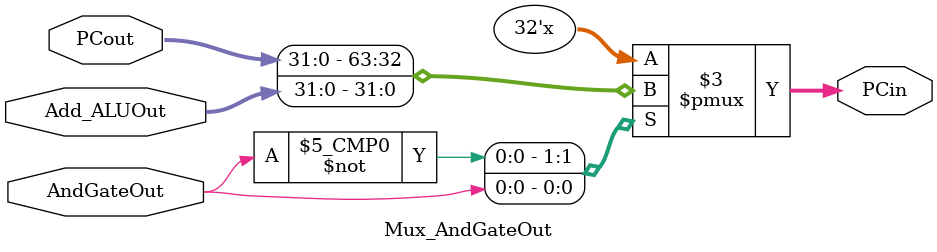
<source format=v>
module Mux_AndGateOut (PCout, Add_ALUOut, AndGateOut, PCin);

	input [31:0] PCout, Add_ALUOut;
	input AndGateOut;	
	
	output reg [31:0] PCin;
	
	initial begin
		PCin <= 0;
	end
	
	always @(*) begin
		case (AndGateOut)
			0: PCin <= PCout ;
			1: PCin <= Add_ALUOut;
		endcase
	end
endmodule

</source>
